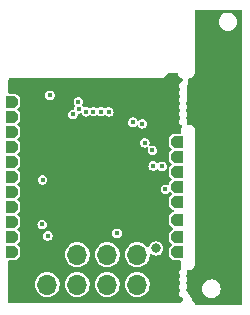
<source format=gbr>
%TF.GenerationSoftware,KiCad,Pcbnew,(6.0.0)*%
%TF.CreationDate,2022-02-03T22:20:30+01:00*%
%TF.ProjectId,ESP31_V3,45535033-315f-4563-932e-6b696361645f,rev?*%
%TF.SameCoordinates,Original*%
%TF.FileFunction,Copper,L2,Inr*%
%TF.FilePolarity,Positive*%
%FSLAX46Y46*%
G04 Gerber Fmt 4.6, Leading zero omitted, Abs format (unit mm)*
G04 Created by KiCad (PCBNEW (6.0.0)) date 2022-02-03 22:20:30*
%MOMM*%
%LPD*%
G01*
G04 APERTURE LIST*
G04 Aperture macros list*
%AMOutline5P*
0 Free polygon, 5 corners , with rotation*
0 The origin of the aperture is its center*
0 number of corners: always 5*
0 $1 to $10 corner X, Y*
0 $11 Rotation angle, in degrees counterclockwise*
0 create outline with 5 corners*
4,1,5,$1,$2,$3,$4,$5,$6,$7,$8,$9,$10,$1,$2,$11*%
%AMOutline6P*
0 Free polygon, 6 corners , with rotation*
0 The origin of the aperture is its center*
0 number of corners: always 6*
0 $1 to $12 corner X, Y*
0 $13 Rotation angle, in degrees counterclockwise*
0 create outline with 6 corners*
4,1,6,$1,$2,$3,$4,$5,$6,$7,$8,$9,$10,$11,$12,$1,$2,$13*%
%AMOutline7P*
0 Free polygon, 7 corners , with rotation*
0 The origin of the aperture is its center*
0 number of corners: always 7*
0 $1 to $14 corner X, Y*
0 $15 Rotation angle, in degrees counterclockwise*
0 create outline with 7 corners*
4,1,7,$1,$2,$3,$4,$5,$6,$7,$8,$9,$10,$11,$12,$13,$14,$1,$2,$15*%
%AMOutline8P*
0 Free polygon, 8 corners , with rotation*
0 The origin of the aperture is its center*
0 number of corners: always 8*
0 $1 to $16 corner X, Y*
0 $17 Rotation angle, in degrees counterclockwise*
0 create outline with 8 corners*
4,1,8,$1,$2,$3,$4,$5,$6,$7,$8,$9,$10,$11,$12,$13,$14,$15,$16,$1,$2,$17*%
G04 Aperture macros list end*
%TA.AperFunction,ComponentPad*%
%ADD10Outline6P,-0.500000X0.500000X0.250000X0.500000X0.500000X0.250000X0.500000X-0.250000X0.250000X-0.500000X-0.500000X-0.500000X180.000000*%
%TD*%
%TA.AperFunction,ComponentPad*%
%ADD11Outline6P,-0.500000X0.500000X0.250000X0.500000X0.500000X0.250000X0.500000X-0.250000X0.250000X-0.500000X-0.500000X-0.500000X0.000000*%
%TD*%
%TA.AperFunction,ComponentPad*%
%ADD12R,0.900000X0.500000*%
%TD*%
%TA.AperFunction,ComponentPad*%
%ADD13R,1.700000X1.700000*%
%TD*%
%TA.AperFunction,ComponentPad*%
%ADD14O,1.700000X1.700000*%
%TD*%
%TA.AperFunction,ViaPad*%
%ADD15C,0.400000*%
%TD*%
%TA.AperFunction,ViaPad*%
%ADD16C,0.800000*%
%TD*%
G04 APERTURE END LIST*
D10*
%TO.N,/IO5*%
%TO.C,J5*%
X118500000Y-107780000D03*
%TD*%
%TO.N,/IO21*%
%TO.C,J10*%
X118500000Y-101180000D03*
%TD*%
%TO.N,/IO10*%
%TO.C,J7*%
X118500000Y-109230000D03*
%TD*%
D11*
%TO.N,/IO34*%
%TO.C,J18*%
X104500000Y-102870000D03*
%TD*%
D10*
%TO.N,/IO19*%
%TO.C,J9*%
X118500000Y-103720000D03*
%TD*%
%TO.N,/IO9*%
%TO.C,J6*%
X118500000Y-110500000D03*
%TD*%
%TO.N,/IO23*%
%TO.C,J12*%
X118500000Y-104990000D03*
%TD*%
D11*
%TO.N,/IO35*%
%TO.C,J19*%
X104500000Y-100330000D03*
%TD*%
%TO.N,/IO25*%
%TO.C,J13*%
X104500000Y-107950000D03*
%TD*%
%TO.N,/IO27*%
%TO.C,J15*%
X104500000Y-110490000D03*
%TD*%
%TO.N,/IO33*%
%TO.C,J17*%
X104500000Y-106680000D03*
%TD*%
%TO.N,/IO26*%
%TO.C,J14*%
X104500000Y-109220000D03*
%TD*%
D10*
%TO.N,/IO18*%
%TO.C,J8*%
X118500000Y-106260000D03*
%TD*%
D12*
%TO.N,GND*%
%TO.C,AE1*%
X118150000Y-95625000D03*
%TD*%
D11*
%TO.N,/CAPN*%
%TO.C,J3*%
X104500000Y-105410000D03*
%TD*%
%TO.N,/SENS_VN*%
%TO.C,J4*%
X104500000Y-104140000D03*
%TD*%
D10*
%TO.N,/IO22*%
%TO.C,J11*%
X118500000Y-102450000D03*
%TD*%
D11*
%TO.N,/SENS_VP*%
%TO.C,J1*%
X104500000Y-97790000D03*
%TD*%
%TO.N,/IO32*%
%TO.C,J16*%
X104500000Y-101600000D03*
%TD*%
%TO.N,/CAPP*%
%TO.C,J2*%
X104500000Y-99060000D03*
%TD*%
D13*
%TO.N,GND*%
%TO.C,J20*%
X107500000Y-110725000D03*
D14*
%TO.N,/IO1*%
X107500000Y-113265000D03*
%TO.N,/IO2*%
X110040000Y-110725000D03*
%TO.N,/IO4*%
X110040000Y-113265000D03*
%TO.N,/IO0*%
X112580000Y-110725000D03*
%TO.N,/EN*%
X112580000Y-113265000D03*
%TO.N,/IO3*%
X115120000Y-110725000D03*
%TO.N,VIN*%
X115120000Y-113265000D03*
%TD*%
D15*
%TO.N,/IO2*%
X115544600Y-99644200D03*
%TO.N,GND*%
X117350000Y-96150000D03*
X112889765Y-108410228D03*
X116130000Y-97680000D03*
X105500000Y-99300000D03*
X109100000Y-109150000D03*
X113900000Y-97100000D03*
X104550000Y-96200000D03*
X113550000Y-96200000D03*
X114850000Y-98150000D03*
X108580000Y-107330000D03*
X118500000Y-98500000D03*
X116530000Y-97200000D03*
X116750000Y-96050000D03*
X111500000Y-103000000D03*
X106650000Y-98200000D03*
X114200000Y-108900000D03*
X108508800Y-97256600D03*
X116500000Y-111100000D03*
X104500000Y-113750000D03*
X110500000Y-102000000D03*
X108740000Y-113670000D03*
X118450000Y-97825000D03*
X118500000Y-100000000D03*
X115350000Y-96050000D03*
X116750000Y-96600000D03*
X115150000Y-96600000D03*
X109900000Y-107400000D03*
X112500000Y-102000000D03*
X112500000Y-104000000D03*
X118450000Y-96250000D03*
X111750000Y-96200000D03*
X118500000Y-99250000D03*
X114503200Y-96800000D03*
X114400000Y-96200000D03*
X113374500Y-97587566D03*
X110150000Y-96200000D03*
X118500000Y-112750000D03*
X104500000Y-112750000D03*
X113621581Y-109899011D03*
X118425000Y-97000000D03*
X110500000Y-104000000D03*
X118500000Y-113750000D03*
X115450000Y-98050000D03*
X114450000Y-98700000D03*
%TO.N,/EN*%
X107725000Y-97227600D03*
X110162095Y-98373291D03*
%TO.N,+3V3*%
X110124000Y-97775000D03*
X114750000Y-99500000D03*
X113400000Y-108900000D03*
X116396800Y-101896800D03*
X115750000Y-101250000D03*
X107100000Y-104400000D03*
X117495701Y-105195701D03*
%TO.N,/IO1*%
X116464297Y-103214297D03*
%TO.N,/IO2*%
X107069740Y-108169740D03*
%TO.N,/IO4*%
X107542579Y-109142578D03*
%TO.N,/IO3*%
X117211935Y-103241894D03*
D16*
%TO.N,Net-(C1-Pad2)*%
X116700000Y-110200000D03*
D15*
%TO.N,/SENS_VN*%
X110808929Y-98625870D03*
%TO.N,/SENS_VP*%
X112700500Y-98625000D03*
%TO.N,/CAPP*%
X112057502Y-98617052D03*
%TO.N,/CAPN*%
X111408098Y-98605879D03*
%TO.N,/IO34*%
X109668798Y-98858724D03*
%TD*%
%TA.AperFunction,NonConductor*%
G36*
X123958691Y-90019407D02*
G01*
X123994655Y-90068907D01*
X123999500Y-90099500D01*
X123999500Y-114900500D01*
X123980593Y-114958691D01*
X123931093Y-114994655D01*
X123900500Y-114999500D01*
X120094865Y-114999500D01*
X120036674Y-114980593D01*
X120000710Y-114931093D01*
X119996712Y-114913422D01*
X119988465Y-114850779D01*
X119987618Y-114844343D01*
X119937186Y-114722591D01*
X119856961Y-114618039D01*
X119752410Y-114537814D01*
X119750291Y-114536936D01*
X119715318Y-114501806D01*
X119271335Y-113724835D01*
X119258880Y-113664930D01*
X119284593Y-113608516D01*
X119291447Y-113601102D01*
X119291449Y-113601099D01*
X119297001Y-113595093D01*
X119297243Y-113594545D01*
X120618606Y-113594545D01*
X120636816Y-113767797D01*
X120638601Y-113773039D01*
X120685780Y-113911629D01*
X120692956Y-113932709D01*
X120695854Y-113937419D01*
X120695856Y-113937424D01*
X120781341Y-114076377D01*
X120784238Y-114081086D01*
X120906124Y-114205552D01*
X121052556Y-114299921D01*
X121216257Y-114359503D01*
X121350801Y-114376500D01*
X121443800Y-114376500D01*
X121467300Y-114373864D01*
X121567624Y-114362611D01*
X121567627Y-114362610D01*
X121573121Y-114361994D01*
X121737637Y-114304704D01*
X121885373Y-114212388D01*
X122008985Y-114089636D01*
X122083563Y-113972120D01*
X122099366Y-113947219D01*
X122099368Y-113947214D01*
X122102329Y-113942549D01*
X122160767Y-113778436D01*
X122162692Y-113762293D01*
X122180739Y-113610951D01*
X122180739Y-113610948D01*
X122181394Y-113605455D01*
X122163184Y-113432203D01*
X122107044Y-113267291D01*
X122104146Y-113262581D01*
X122104144Y-113262576D01*
X122018659Y-113123623D01*
X122015762Y-113118914D01*
X121893876Y-112994448D01*
X121747444Y-112900079D01*
X121583743Y-112840497D01*
X121449199Y-112823500D01*
X121356200Y-112823500D01*
X121332700Y-112826136D01*
X121232376Y-112837389D01*
X121232373Y-112837390D01*
X121226879Y-112838006D01*
X121062363Y-112895296D01*
X120914627Y-112987612D01*
X120791015Y-113110364D01*
X120788053Y-113115032D01*
X120700634Y-113252781D01*
X120700632Y-113252786D01*
X120697671Y-113257451D01*
X120639233Y-113421564D01*
X120638579Y-113427051D01*
X120638578Y-113427054D01*
X120631267Y-113488371D01*
X120618606Y-113594545D01*
X119297243Y-113594545D01*
X119344182Y-113488371D01*
X119349422Y-113427880D01*
X119353545Y-113380273D01*
X119353545Y-113380272D01*
X119354251Y-113372120D01*
X119326120Y-113258875D01*
X119321683Y-113252003D01*
X119267265Y-113167724D01*
X119267264Y-113167723D01*
X119262825Y-113160848D01*
X119262316Y-113160447D01*
X119238784Y-113108335D01*
X119251189Y-113048420D01*
X119264488Y-113030265D01*
X119291447Y-113001101D01*
X119297001Y-112995093D01*
X119344182Y-112888371D01*
X119348545Y-112838006D01*
X119353545Y-112780273D01*
X119353545Y-112780272D01*
X119354251Y-112772120D01*
X119326120Y-112658875D01*
X119321683Y-112652003D01*
X119267265Y-112567724D01*
X119267264Y-112567723D01*
X119262825Y-112560848D01*
X119262316Y-112560447D01*
X119238784Y-112508335D01*
X119251189Y-112448420D01*
X119264488Y-112430265D01*
X119291447Y-112401101D01*
X119297001Y-112395093D01*
X119344182Y-112288371D01*
X119349422Y-112227880D01*
X119353545Y-112180273D01*
X119353545Y-112180272D01*
X119354251Y-112172120D01*
X119341380Y-112120306D01*
X119345701Y-112059275D01*
X119385070Y-112012438D01*
X119450381Y-111998287D01*
X119493565Y-112003972D01*
X119493566Y-112003972D01*
X119500000Y-112004819D01*
X119630657Y-111987618D01*
X119752410Y-111937186D01*
X119856961Y-111856961D01*
X119937186Y-111752410D01*
X119987618Y-111630657D01*
X120004819Y-111500000D01*
X120001034Y-111500000D01*
X120000500Y-111494188D01*
X120000500Y-100224868D01*
X120000915Y-100215810D01*
X120002367Y-100200000D01*
X120004819Y-100200000D01*
X119987618Y-100069343D01*
X119937186Y-99947591D01*
X119856961Y-99843039D01*
X119752410Y-99762814D01*
X119630657Y-99712382D01*
X119500000Y-99695181D01*
X119412200Y-99706740D01*
X119352039Y-99695590D01*
X119309922Y-99651208D01*
X119301936Y-99590546D01*
X119308732Y-99568557D01*
X119340874Y-99495853D01*
X119344182Y-99488371D01*
X119349422Y-99427880D01*
X119353545Y-99380273D01*
X119353545Y-99380272D01*
X119354251Y-99372120D01*
X119326120Y-99258875D01*
X119321683Y-99252003D01*
X119267265Y-99167724D01*
X119267264Y-99167723D01*
X119262825Y-99160848D01*
X119262316Y-99160447D01*
X119238784Y-99108335D01*
X119251189Y-99048420D01*
X119264488Y-99030265D01*
X119291447Y-99001101D01*
X119297001Y-98995093D01*
X119344182Y-98888371D01*
X119349422Y-98827880D01*
X119353545Y-98780273D01*
X119353545Y-98780272D01*
X119354251Y-98772120D01*
X119326120Y-98658875D01*
X119321683Y-98652003D01*
X119267265Y-98567724D01*
X119267264Y-98567723D01*
X119262825Y-98560848D01*
X119262316Y-98560447D01*
X119238784Y-98508335D01*
X119251189Y-98448420D01*
X119264488Y-98430265D01*
X119291447Y-98401101D01*
X119297001Y-98395093D01*
X119344182Y-98288371D01*
X119349422Y-98227880D01*
X119353545Y-98180273D01*
X119353545Y-98180272D01*
X119354251Y-98172120D01*
X119326120Y-98058875D01*
X119263167Y-97961377D01*
X119247782Y-97898290D01*
X119249917Y-97875872D01*
X119275774Y-97818056D01*
X119291446Y-97801102D01*
X119297001Y-97795093D01*
X119344182Y-97688371D01*
X119349422Y-97627880D01*
X119353545Y-97580273D01*
X119353545Y-97580272D01*
X119354251Y-97572120D01*
X119326120Y-97458875D01*
X119312964Y-97438500D01*
X119297580Y-97375413D01*
X119318107Y-97159881D01*
X119326115Y-97129237D01*
X119344182Y-97088371D01*
X119344888Y-97080221D01*
X119353545Y-96980273D01*
X119353545Y-96980272D01*
X119354251Y-96972120D01*
X119352278Y-96964176D01*
X119345128Y-96935392D01*
X119342654Y-96902140D01*
X119443838Y-95839706D01*
X119468177Y-95783570D01*
X119520864Y-95752461D01*
X119529464Y-95750940D01*
X119630657Y-95737618D01*
X119752410Y-95687186D01*
X119856961Y-95606961D01*
X119937186Y-95502410D01*
X119987618Y-95380657D01*
X120004819Y-95250000D01*
X120001034Y-95250000D01*
X120000500Y-95244188D01*
X120000500Y-90994545D01*
X122018606Y-90994545D01*
X122036816Y-91167797D01*
X122092956Y-91332709D01*
X122095854Y-91337419D01*
X122095856Y-91337424D01*
X122181341Y-91476377D01*
X122184238Y-91481086D01*
X122306124Y-91605552D01*
X122452556Y-91699921D01*
X122616257Y-91759503D01*
X122750801Y-91776500D01*
X122843800Y-91776500D01*
X122867300Y-91773864D01*
X122967624Y-91762611D01*
X122967627Y-91762610D01*
X122973121Y-91761994D01*
X123137637Y-91704704D01*
X123285373Y-91612388D01*
X123408985Y-91489636D01*
X123444546Y-91433600D01*
X123499366Y-91347219D01*
X123499368Y-91347214D01*
X123502329Y-91342549D01*
X123560767Y-91178436D01*
X123581394Y-91005455D01*
X123563184Y-90832203D01*
X123507044Y-90667291D01*
X123504146Y-90662581D01*
X123504144Y-90662576D01*
X123418659Y-90523623D01*
X123415762Y-90518914D01*
X123293876Y-90394448D01*
X123147444Y-90300079D01*
X122983743Y-90240497D01*
X122849199Y-90223500D01*
X122756200Y-90223500D01*
X122732700Y-90226136D01*
X122632376Y-90237389D01*
X122632373Y-90237390D01*
X122626879Y-90238006D01*
X122462363Y-90295296D01*
X122314627Y-90387612D01*
X122191015Y-90510364D01*
X122188053Y-90515032D01*
X122100634Y-90652781D01*
X122100632Y-90652786D01*
X122097671Y-90657451D01*
X122039233Y-90821564D01*
X122018606Y-90994545D01*
X120000500Y-90994545D01*
X120000500Y-90099500D01*
X120019407Y-90041309D01*
X120068907Y-90005345D01*
X120099500Y-90000500D01*
X123900500Y-90000500D01*
X123958691Y-90019407D01*
G37*
%TD.AperFunction*%
%TA.AperFunction,Conductor*%
%TO.N,GND*%
G36*
X118417774Y-95418907D02*
G01*
X118428869Y-95428286D01*
X118808247Y-95800000D01*
X118901000Y-95800000D01*
X118959191Y-95818907D01*
X118995155Y-95868407D01*
X119000000Y-95899000D01*
X119000000Y-95960769D01*
X118981093Y-96018960D01*
X118931593Y-96054924D01*
X118917255Y-96058425D01*
X118892973Y-96062467D01*
X118892968Y-96062469D01*
X118884897Y-96063812D01*
X118782206Y-96119222D01*
X118702999Y-96204907D01*
X118655818Y-96311629D01*
X118655112Y-96319777D01*
X118655112Y-96319778D01*
X118646455Y-96419727D01*
X118645749Y-96427880D01*
X118673880Y-96541125D01*
X118678317Y-96547996D01*
X118678317Y-96547997D01*
X118708727Y-96595093D01*
X118737175Y-96639152D01*
X118737684Y-96639553D01*
X118761216Y-96691665D01*
X118748811Y-96751580D01*
X118735512Y-96769735D01*
X118702999Y-96804907D01*
X118655818Y-96911629D01*
X118655112Y-96919777D01*
X118655112Y-96919778D01*
X118648493Y-96996197D01*
X118645749Y-97027880D01*
X118647722Y-97035822D01*
X118647722Y-97035823D01*
X118664235Y-97102296D01*
X118673880Y-97141125D01*
X118678317Y-97147996D01*
X118678317Y-97147997D01*
X118708727Y-97195093D01*
X118737175Y-97239152D01*
X118737684Y-97239553D01*
X118761216Y-97291665D01*
X118748811Y-97351580D01*
X118735512Y-97369735D01*
X118702999Y-97404907D01*
X118655818Y-97511629D01*
X118655112Y-97519777D01*
X118655112Y-97519778D01*
X118646911Y-97614465D01*
X118645749Y-97627880D01*
X118673880Y-97741125D01*
X118678317Y-97747996D01*
X118678317Y-97747997D01*
X118708727Y-97795093D01*
X118737175Y-97839152D01*
X118737684Y-97839553D01*
X118761216Y-97891665D01*
X118748811Y-97951580D01*
X118735512Y-97969735D01*
X118702999Y-98004907D01*
X118655818Y-98111629D01*
X118655112Y-98119777D01*
X118655112Y-98119778D01*
X118647057Y-98212779D01*
X118645749Y-98227880D01*
X118647722Y-98235822D01*
X118647722Y-98235823D01*
X118668131Y-98317980D01*
X118673880Y-98341125D01*
X118678317Y-98347996D01*
X118678317Y-98347997D01*
X118708727Y-98395093D01*
X118737175Y-98439152D01*
X118737684Y-98439553D01*
X118761216Y-98491665D01*
X118748811Y-98551580D01*
X118735512Y-98569735D01*
X118702999Y-98604907D01*
X118655818Y-98711629D01*
X118655112Y-98719777D01*
X118655112Y-98719778D01*
X118646455Y-98819727D01*
X118645749Y-98827880D01*
X118647722Y-98835822D01*
X118647722Y-98835823D01*
X118669417Y-98923157D01*
X118673880Y-98941125D01*
X118678317Y-98947996D01*
X118678317Y-98947997D01*
X118717048Y-99007980D01*
X118737175Y-99039152D01*
X118737684Y-99039553D01*
X118761216Y-99091665D01*
X118748811Y-99151580D01*
X118735512Y-99169735D01*
X118702999Y-99204907D01*
X118655818Y-99311629D01*
X118655112Y-99319777D01*
X118655112Y-99319778D01*
X118650355Y-99374696D01*
X118645749Y-99427880D01*
X118673880Y-99541125D01*
X118678317Y-99547996D01*
X118678317Y-99547997D01*
X118732715Y-99632244D01*
X118737175Y-99639152D01*
X118828811Y-99711392D01*
X118836531Y-99714103D01*
X118843704Y-99718047D01*
X118843013Y-99719303D01*
X118884556Y-99751007D01*
X118902089Y-99809627D01*
X118886941Y-99859968D01*
X118872757Y-99882542D01*
X118865331Y-99894360D01*
X118813233Y-100043250D01*
X118796336Y-100193210D01*
X118794857Y-100199642D01*
X118797318Y-100210516D01*
X118797559Y-100211583D01*
X118800000Y-100233432D01*
X118800000Y-100380500D01*
X118781093Y-100438691D01*
X118731593Y-100474655D01*
X118701001Y-100479500D01*
X118257033Y-100479499D01*
X118230159Y-100479499D01*
X118225356Y-100480462D01*
X118225353Y-100480462D01*
X118180985Y-100489355D01*
X118180982Y-100489356D01*
X118171439Y-100491269D01*
X118122255Y-100524195D01*
X117844196Y-100802254D01*
X117810997Y-100852099D01*
X117799500Y-100910162D01*
X117799499Y-101449841D01*
X117800462Y-101454644D01*
X117800462Y-101454647D01*
X117809355Y-101499015D01*
X117809356Y-101499018D01*
X117811269Y-101508561D01*
X117844195Y-101557745D01*
X118031446Y-101744996D01*
X118059223Y-101799513D01*
X118049652Y-101859945D01*
X118031446Y-101885004D01*
X117844196Y-102072254D01*
X117810997Y-102122099D01*
X117799500Y-102180162D01*
X117799499Y-102719841D01*
X117800462Y-102724644D01*
X117800462Y-102724647D01*
X117809355Y-102769015D01*
X117809356Y-102769018D01*
X117811269Y-102778561D01*
X117844195Y-102827745D01*
X118031446Y-103014996D01*
X118059223Y-103069513D01*
X118049652Y-103129945D01*
X118031446Y-103155004D01*
X117844196Y-103342254D01*
X117841482Y-103346329D01*
X117841481Y-103346330D01*
X117821313Y-103376611D01*
X117810997Y-103392099D01*
X117799500Y-103450162D01*
X117799499Y-103989841D01*
X117800462Y-103994644D01*
X117800462Y-103994647D01*
X117809355Y-104039015D01*
X117809356Y-104039018D01*
X117811269Y-104048561D01*
X117844195Y-104097745D01*
X118031446Y-104284996D01*
X118059223Y-104339513D01*
X118049652Y-104399945D01*
X118031446Y-104425004D01*
X117844196Y-104612254D01*
X117810997Y-104662099D01*
X117799500Y-104720162D01*
X117799500Y-104739449D01*
X117780593Y-104797640D01*
X117731093Y-104833604D01*
X117669907Y-104833604D01*
X117655555Y-104827659D01*
X117627945Y-104813591D01*
X117627944Y-104813591D01*
X117621005Y-104810055D01*
X117613311Y-104808836D01*
X117613310Y-104808836D01*
X117503398Y-104791428D01*
X117495701Y-104790209D01*
X117488004Y-104791428D01*
X117378092Y-104808836D01*
X117378091Y-104808836D01*
X117370397Y-104810055D01*
X117363458Y-104813591D01*
X117363457Y-104813591D01*
X117264298Y-104864115D01*
X117264296Y-104864116D01*
X117257359Y-104867651D01*
X117167651Y-104957359D01*
X117164116Y-104964296D01*
X117164115Y-104964298D01*
X117113591Y-105063457D01*
X117110055Y-105070397D01*
X117090209Y-105195701D01*
X117110055Y-105321005D01*
X117167651Y-105434043D01*
X117257359Y-105523751D01*
X117264296Y-105527286D01*
X117264298Y-105527287D01*
X117318680Y-105554996D01*
X117370397Y-105581347D01*
X117378091Y-105582566D01*
X117378092Y-105582566D01*
X117488004Y-105599974D01*
X117495701Y-105601193D01*
X117503398Y-105599974D01*
X117613310Y-105582566D01*
X117613311Y-105582566D01*
X117621005Y-105581347D01*
X117672722Y-105554996D01*
X117727104Y-105527287D01*
X117727106Y-105527286D01*
X117734043Y-105523751D01*
X117797118Y-105460676D01*
X117851635Y-105432899D01*
X117912067Y-105442470D01*
X117937126Y-105460676D01*
X118031446Y-105554996D01*
X118059223Y-105609513D01*
X118049652Y-105669945D01*
X118031446Y-105695004D01*
X117844196Y-105882254D01*
X117810997Y-105932099D01*
X117799500Y-105990162D01*
X117799499Y-106529841D01*
X117800462Y-106534644D01*
X117800462Y-106534647D01*
X117809355Y-106579015D01*
X117809356Y-106579018D01*
X117811269Y-106588561D01*
X117844195Y-106637745D01*
X118122254Y-106915804D01*
X118126327Y-106918517D01*
X118126337Y-106918525D01*
X118154900Y-106937549D01*
X118192850Y-106985543D01*
X118195342Y-107046677D01*
X118161425Y-107097601D01*
X118155114Y-107102198D01*
X118122255Y-107124195D01*
X117844196Y-107402254D01*
X117841482Y-107406329D01*
X117841481Y-107406330D01*
X117827223Y-107427738D01*
X117810997Y-107452099D01*
X117799500Y-107510162D01*
X117799499Y-108049841D01*
X117800462Y-108054644D01*
X117800462Y-108054647D01*
X117809355Y-108099015D01*
X117809356Y-108099018D01*
X117811269Y-108108561D01*
X117844195Y-108157745D01*
X118121446Y-108434996D01*
X118149223Y-108489513D01*
X118139652Y-108549945D01*
X118121446Y-108575004D01*
X117844196Y-108852254D01*
X117841482Y-108856329D01*
X117841481Y-108856330D01*
X117817522Y-108892303D01*
X117810997Y-108902099D01*
X117799500Y-108960162D01*
X117799499Y-109499841D01*
X117800462Y-109504644D01*
X117800462Y-109504647D01*
X117809355Y-109549015D01*
X117809356Y-109549018D01*
X117811269Y-109558561D01*
X117844195Y-109607745D01*
X118031446Y-109794996D01*
X118059223Y-109849513D01*
X118049652Y-109909945D01*
X118031446Y-109935004D01*
X117844196Y-110122254D01*
X117810997Y-110172099D01*
X117799500Y-110230162D01*
X117799499Y-110769841D01*
X117800462Y-110774644D01*
X117800462Y-110774647D01*
X117809355Y-110819015D01*
X117809356Y-110819018D01*
X117811269Y-110828561D01*
X117844195Y-110877745D01*
X118122254Y-111155804D01*
X118126329Y-111158518D01*
X118126330Y-111158519D01*
X118156677Y-111178731D01*
X118172099Y-111189003D01*
X118230162Y-111200500D01*
X118701000Y-111200500D01*
X118759191Y-111219407D01*
X118795155Y-111268907D01*
X118800000Y-111299500D01*
X118800000Y-111466040D01*
X118797482Y-111488227D01*
X118794857Y-111499642D01*
X118796199Y-111505572D01*
X118797309Y-111515423D01*
X118797309Y-111515431D01*
X118812610Y-111651221D01*
X118813233Y-111656750D01*
X118847424Y-111754463D01*
X118857667Y-111783737D01*
X118859039Y-111844907D01*
X118824195Y-111895201D01*
X118811237Y-111903558D01*
X118782206Y-111919222D01*
X118702999Y-112004907D01*
X118655818Y-112111629D01*
X118645749Y-112227880D01*
X118673880Y-112341125D01*
X118678317Y-112347996D01*
X118678317Y-112347997D01*
X118708727Y-112395093D01*
X118737175Y-112439152D01*
X118737684Y-112439553D01*
X118761216Y-112491665D01*
X118748811Y-112551580D01*
X118735512Y-112569735D01*
X118702999Y-112604907D01*
X118655818Y-112711629D01*
X118655112Y-112719777D01*
X118655112Y-112719778D01*
X118646455Y-112819727D01*
X118645749Y-112827880D01*
X118647722Y-112835822D01*
X118647722Y-112835823D01*
X118652183Y-112853779D01*
X118673880Y-112941125D01*
X118678317Y-112947996D01*
X118678317Y-112947997D01*
X118708727Y-112995093D01*
X118737175Y-113039152D01*
X118737684Y-113039553D01*
X118761216Y-113091665D01*
X118748811Y-113151580D01*
X118735512Y-113169735D01*
X118702999Y-113204907D01*
X118655818Y-113311629D01*
X118655112Y-113319777D01*
X118655112Y-113319778D01*
X118646455Y-113419727D01*
X118645749Y-113427880D01*
X118673880Y-113541125D01*
X118678317Y-113547996D01*
X118678317Y-113547997D01*
X118708727Y-113595093D01*
X118737175Y-113639152D01*
X118737684Y-113639553D01*
X118761216Y-113691665D01*
X118748811Y-113751580D01*
X118735512Y-113769735D01*
X118702999Y-113804907D01*
X118655818Y-113911629D01*
X118655112Y-113919777D01*
X118655112Y-113919778D01*
X118648042Y-114001404D01*
X118645749Y-114027880D01*
X118673880Y-114141125D01*
X118678317Y-114147996D01*
X118678317Y-114147997D01*
X118708727Y-114195093D01*
X118737175Y-114239152D01*
X118828811Y-114311392D01*
X118836529Y-114314102D01*
X118836530Y-114314103D01*
X118933803Y-114348263D01*
X118982442Y-114385384D01*
X119000000Y-114441671D01*
X119000000Y-114444043D01*
X118981093Y-114502234D01*
X118971004Y-114514047D01*
X118949255Y-114535796D01*
X118865331Y-114669360D01*
X118863495Y-114674608D01*
X118842819Y-114733697D01*
X118805754Y-114782378D01*
X118749374Y-114800000D01*
X104299000Y-114800000D01*
X104240809Y-114781093D01*
X104204845Y-114731593D01*
X104200000Y-114701000D01*
X104200000Y-113250262D01*
X106444520Y-113250262D01*
X106445526Y-113262244D01*
X106458751Y-113419727D01*
X106461759Y-113455553D01*
X106518544Y-113653586D01*
X106612712Y-113836818D01*
X106740677Y-113998270D01*
X106744357Y-114001402D01*
X106744359Y-114001404D01*
X106846546Y-114088371D01*
X106897564Y-114131791D01*
X106901787Y-114134151D01*
X106901791Y-114134154D01*
X106941342Y-114156258D01*
X107077398Y-114232297D01*
X107081996Y-114233791D01*
X107268724Y-114294463D01*
X107268726Y-114294464D01*
X107273329Y-114295959D01*
X107477894Y-114320351D01*
X107482716Y-114319980D01*
X107482719Y-114319980D01*
X107550541Y-114314761D01*
X107683300Y-114304546D01*
X107881725Y-114249145D01*
X107886038Y-114246966D01*
X107886044Y-114246964D01*
X108061289Y-114158441D01*
X108061291Y-114158440D01*
X108065610Y-114156258D01*
X108076184Y-114147997D01*
X108224135Y-114032406D01*
X108224139Y-114032402D01*
X108227951Y-114029424D01*
X108236322Y-114019727D01*
X108336086Y-113904147D01*
X108362564Y-113873472D01*
X108364957Y-113869260D01*
X108461934Y-113698550D01*
X108461935Y-113698547D01*
X108464323Y-113694344D01*
X108477882Y-113653586D01*
X108527824Y-113503454D01*
X108527824Y-113503452D01*
X108529351Y-113498863D01*
X108530677Y-113488371D01*
X108554823Y-113297228D01*
X108555171Y-113294474D01*
X108555583Y-113265000D01*
X108555313Y-113262244D01*
X108554138Y-113250262D01*
X108984520Y-113250262D01*
X108985526Y-113262244D01*
X108998751Y-113419727D01*
X109001759Y-113455553D01*
X109058544Y-113653586D01*
X109152712Y-113836818D01*
X109280677Y-113998270D01*
X109284357Y-114001402D01*
X109284359Y-114001404D01*
X109386546Y-114088371D01*
X109437564Y-114131791D01*
X109441787Y-114134151D01*
X109441791Y-114134154D01*
X109481342Y-114156258D01*
X109617398Y-114232297D01*
X109621996Y-114233791D01*
X109808724Y-114294463D01*
X109808726Y-114294464D01*
X109813329Y-114295959D01*
X110017894Y-114320351D01*
X110022716Y-114319980D01*
X110022719Y-114319980D01*
X110090541Y-114314761D01*
X110223300Y-114304546D01*
X110421725Y-114249145D01*
X110426038Y-114246966D01*
X110426044Y-114246964D01*
X110601289Y-114158441D01*
X110601291Y-114158440D01*
X110605610Y-114156258D01*
X110616184Y-114147997D01*
X110764135Y-114032406D01*
X110764139Y-114032402D01*
X110767951Y-114029424D01*
X110776322Y-114019727D01*
X110876086Y-113904147D01*
X110902564Y-113873472D01*
X110904957Y-113869260D01*
X111001934Y-113698550D01*
X111001935Y-113698547D01*
X111004323Y-113694344D01*
X111017882Y-113653586D01*
X111067824Y-113503454D01*
X111067824Y-113503452D01*
X111069351Y-113498863D01*
X111070677Y-113488371D01*
X111094823Y-113297228D01*
X111095171Y-113294474D01*
X111095583Y-113265000D01*
X111095313Y-113262244D01*
X111094138Y-113250262D01*
X111524520Y-113250262D01*
X111525526Y-113262244D01*
X111538751Y-113419727D01*
X111541759Y-113455553D01*
X111598544Y-113653586D01*
X111692712Y-113836818D01*
X111820677Y-113998270D01*
X111824357Y-114001402D01*
X111824359Y-114001404D01*
X111926546Y-114088371D01*
X111977564Y-114131791D01*
X111981787Y-114134151D01*
X111981791Y-114134154D01*
X112021342Y-114156258D01*
X112157398Y-114232297D01*
X112161996Y-114233791D01*
X112348724Y-114294463D01*
X112348726Y-114294464D01*
X112353329Y-114295959D01*
X112557894Y-114320351D01*
X112562716Y-114319980D01*
X112562719Y-114319980D01*
X112630541Y-114314761D01*
X112763300Y-114304546D01*
X112961725Y-114249145D01*
X112966038Y-114246966D01*
X112966044Y-114246964D01*
X113141289Y-114158441D01*
X113141291Y-114158440D01*
X113145610Y-114156258D01*
X113156184Y-114147997D01*
X113304135Y-114032406D01*
X113304139Y-114032402D01*
X113307951Y-114029424D01*
X113316322Y-114019727D01*
X113416086Y-113904147D01*
X113442564Y-113873472D01*
X113444957Y-113869260D01*
X113541934Y-113698550D01*
X113541935Y-113698547D01*
X113544323Y-113694344D01*
X113557882Y-113653586D01*
X113607824Y-113503454D01*
X113607824Y-113503452D01*
X113609351Y-113498863D01*
X113610677Y-113488371D01*
X113634823Y-113297228D01*
X113635171Y-113294474D01*
X113635583Y-113265000D01*
X113635313Y-113262244D01*
X113634138Y-113250262D01*
X114064520Y-113250262D01*
X114065526Y-113262244D01*
X114078751Y-113419727D01*
X114081759Y-113455553D01*
X114138544Y-113653586D01*
X114232712Y-113836818D01*
X114360677Y-113998270D01*
X114364357Y-114001402D01*
X114364359Y-114001404D01*
X114466546Y-114088371D01*
X114517564Y-114131791D01*
X114521787Y-114134151D01*
X114521791Y-114134154D01*
X114561342Y-114156258D01*
X114697398Y-114232297D01*
X114701996Y-114233791D01*
X114888724Y-114294463D01*
X114888726Y-114294464D01*
X114893329Y-114295959D01*
X115097894Y-114320351D01*
X115102716Y-114319980D01*
X115102719Y-114319980D01*
X115170541Y-114314761D01*
X115303300Y-114304546D01*
X115501725Y-114249145D01*
X115506038Y-114246966D01*
X115506044Y-114246964D01*
X115681289Y-114158441D01*
X115681291Y-114158440D01*
X115685610Y-114156258D01*
X115696184Y-114147997D01*
X115844135Y-114032406D01*
X115844139Y-114032402D01*
X115847951Y-114029424D01*
X115856322Y-114019727D01*
X115956086Y-113904147D01*
X115982564Y-113873472D01*
X115984957Y-113869260D01*
X116081934Y-113698550D01*
X116081935Y-113698547D01*
X116084323Y-113694344D01*
X116097882Y-113653586D01*
X116147824Y-113503454D01*
X116147824Y-113503452D01*
X116149351Y-113498863D01*
X116150677Y-113488371D01*
X116174823Y-113297228D01*
X116175171Y-113294474D01*
X116175583Y-113265000D01*
X116175313Y-113262244D01*
X116155952Y-113064780D01*
X116155951Y-113064776D01*
X116155480Y-113059970D01*
X116148214Y-113035902D01*
X116097333Y-112867380D01*
X116095935Y-112862749D01*
X115999218Y-112680849D01*
X115869011Y-112521200D01*
X115842042Y-112498889D01*
X115714002Y-112392965D01*
X115714000Y-112392964D01*
X115710275Y-112389882D01*
X115529055Y-112291897D01*
X115465855Y-112272333D01*
X115336875Y-112232407D01*
X115336871Y-112232406D01*
X115332254Y-112230977D01*
X115327446Y-112230472D01*
X115327443Y-112230471D01*
X115132185Y-112209949D01*
X115132183Y-112209949D01*
X115127369Y-112209443D01*
X115067354Y-112214905D01*
X114927022Y-112227675D01*
X114927017Y-112227676D01*
X114922203Y-112228114D01*
X114724572Y-112286280D01*
X114720288Y-112288519D01*
X114720287Y-112288520D01*
X114709428Y-112294197D01*
X114542002Y-112381726D01*
X114538231Y-112384758D01*
X114385220Y-112507781D01*
X114385217Y-112507783D01*
X114381447Y-112510815D01*
X114378333Y-112514526D01*
X114378332Y-112514527D01*
X114369585Y-112524952D01*
X114249024Y-112668630D01*
X114246689Y-112672878D01*
X114246688Y-112672879D01*
X114239955Y-112685126D01*
X114149776Y-112849162D01*
X114087484Y-113045532D01*
X114086944Y-113050344D01*
X114086944Y-113050345D01*
X114083531Y-113080778D01*
X114064520Y-113250262D01*
X113634138Y-113250262D01*
X113615952Y-113064780D01*
X113615951Y-113064776D01*
X113615480Y-113059970D01*
X113608214Y-113035902D01*
X113557333Y-112867380D01*
X113555935Y-112862749D01*
X113459218Y-112680849D01*
X113329011Y-112521200D01*
X113302042Y-112498889D01*
X113174002Y-112392965D01*
X113174000Y-112392964D01*
X113170275Y-112389882D01*
X112989055Y-112291897D01*
X112925855Y-112272333D01*
X112796875Y-112232407D01*
X112796871Y-112232406D01*
X112792254Y-112230977D01*
X112787446Y-112230472D01*
X112787443Y-112230471D01*
X112592185Y-112209949D01*
X112592183Y-112209949D01*
X112587369Y-112209443D01*
X112527354Y-112214905D01*
X112387022Y-112227675D01*
X112387017Y-112227676D01*
X112382203Y-112228114D01*
X112184572Y-112286280D01*
X112180288Y-112288519D01*
X112180287Y-112288520D01*
X112169428Y-112294197D01*
X112002002Y-112381726D01*
X111998231Y-112384758D01*
X111845220Y-112507781D01*
X111845217Y-112507783D01*
X111841447Y-112510815D01*
X111838333Y-112514526D01*
X111838332Y-112514527D01*
X111829585Y-112524952D01*
X111709024Y-112668630D01*
X111706689Y-112672878D01*
X111706688Y-112672879D01*
X111699955Y-112685126D01*
X111609776Y-112849162D01*
X111547484Y-113045532D01*
X111546944Y-113050344D01*
X111546944Y-113050345D01*
X111543531Y-113080778D01*
X111524520Y-113250262D01*
X111094138Y-113250262D01*
X111075952Y-113064780D01*
X111075951Y-113064776D01*
X111075480Y-113059970D01*
X111068214Y-113035902D01*
X111017333Y-112867380D01*
X111015935Y-112862749D01*
X110919218Y-112680849D01*
X110789011Y-112521200D01*
X110762042Y-112498889D01*
X110634002Y-112392965D01*
X110634000Y-112392964D01*
X110630275Y-112389882D01*
X110449055Y-112291897D01*
X110385855Y-112272333D01*
X110256875Y-112232407D01*
X110256871Y-112232406D01*
X110252254Y-112230977D01*
X110247446Y-112230472D01*
X110247443Y-112230471D01*
X110052185Y-112209949D01*
X110052183Y-112209949D01*
X110047369Y-112209443D01*
X109987354Y-112214905D01*
X109847022Y-112227675D01*
X109847017Y-112227676D01*
X109842203Y-112228114D01*
X109644572Y-112286280D01*
X109640288Y-112288519D01*
X109640287Y-112288520D01*
X109629428Y-112294197D01*
X109462002Y-112381726D01*
X109458231Y-112384758D01*
X109305220Y-112507781D01*
X109305217Y-112507783D01*
X109301447Y-112510815D01*
X109298333Y-112514526D01*
X109298332Y-112514527D01*
X109289585Y-112524952D01*
X109169024Y-112668630D01*
X109166689Y-112672878D01*
X109166688Y-112672879D01*
X109159955Y-112685126D01*
X109069776Y-112849162D01*
X109007484Y-113045532D01*
X109006944Y-113050344D01*
X109006944Y-113050345D01*
X109003531Y-113080778D01*
X108984520Y-113250262D01*
X108554138Y-113250262D01*
X108535952Y-113064780D01*
X108535951Y-113064776D01*
X108535480Y-113059970D01*
X108528214Y-113035902D01*
X108477333Y-112867380D01*
X108475935Y-112862749D01*
X108379218Y-112680849D01*
X108249011Y-112521200D01*
X108222042Y-112498889D01*
X108094002Y-112392965D01*
X108094000Y-112392964D01*
X108090275Y-112389882D01*
X107909055Y-112291897D01*
X107845855Y-112272333D01*
X107716875Y-112232407D01*
X107716871Y-112232406D01*
X107712254Y-112230977D01*
X107707446Y-112230472D01*
X107707443Y-112230471D01*
X107512185Y-112209949D01*
X107512183Y-112209949D01*
X107507369Y-112209443D01*
X107447354Y-112214905D01*
X107307022Y-112227675D01*
X107307017Y-112227676D01*
X107302203Y-112228114D01*
X107104572Y-112286280D01*
X107100288Y-112288519D01*
X107100287Y-112288520D01*
X107089428Y-112294197D01*
X106922002Y-112381726D01*
X106918231Y-112384758D01*
X106765220Y-112507781D01*
X106765217Y-112507783D01*
X106761447Y-112510815D01*
X106758333Y-112514526D01*
X106758332Y-112514527D01*
X106749585Y-112524952D01*
X106629024Y-112668630D01*
X106626689Y-112672878D01*
X106626688Y-112672879D01*
X106619955Y-112685126D01*
X106529776Y-112849162D01*
X106467484Y-113045532D01*
X106466944Y-113050344D01*
X106466944Y-113050345D01*
X106463531Y-113080778D01*
X106444520Y-113250262D01*
X104200000Y-113250262D01*
X104200000Y-111289500D01*
X104218907Y-111231309D01*
X104268407Y-111195345D01*
X104298999Y-111190500D01*
X104742967Y-111190501D01*
X104769841Y-111190501D01*
X104774644Y-111189538D01*
X104774647Y-111189538D01*
X104819015Y-111180645D01*
X104819018Y-111180644D01*
X104828561Y-111178731D01*
X104877745Y-111145805D01*
X105155804Y-110867746D01*
X105189003Y-110817901D01*
X105200500Y-110759838D01*
X105200500Y-110710262D01*
X108984520Y-110710262D01*
X109001759Y-110915553D01*
X109058544Y-111113586D01*
X109152712Y-111296818D01*
X109280677Y-111458270D01*
X109284357Y-111461402D01*
X109284359Y-111461404D01*
X109345694Y-111513604D01*
X109437564Y-111591791D01*
X109441787Y-111594151D01*
X109441791Y-111594154D01*
X109481342Y-111616258D01*
X109617398Y-111692297D01*
X109621996Y-111693791D01*
X109808724Y-111754463D01*
X109808726Y-111754464D01*
X109813329Y-111755959D01*
X110017894Y-111780351D01*
X110022716Y-111779980D01*
X110022719Y-111779980D01*
X110090541Y-111774761D01*
X110223300Y-111764546D01*
X110421725Y-111709145D01*
X110426038Y-111706966D01*
X110426044Y-111706964D01*
X110601289Y-111618441D01*
X110601291Y-111618440D01*
X110605610Y-111616258D01*
X110640943Y-111588653D01*
X110764135Y-111492406D01*
X110764139Y-111492402D01*
X110767951Y-111489424D01*
X110778284Y-111477454D01*
X110835890Y-111410715D01*
X110902564Y-111333472D01*
X110921559Y-111300035D01*
X111001934Y-111158550D01*
X111001935Y-111158547D01*
X111004323Y-111154344D01*
X111006268Y-111148499D01*
X111067824Y-110963454D01*
X111067824Y-110963452D01*
X111069351Y-110958863D01*
X111079167Y-110881165D01*
X111094823Y-110757228D01*
X111095171Y-110754474D01*
X111095583Y-110725000D01*
X111094138Y-110710262D01*
X111524520Y-110710262D01*
X111541759Y-110915553D01*
X111598544Y-111113586D01*
X111692712Y-111296818D01*
X111820677Y-111458270D01*
X111824357Y-111461402D01*
X111824359Y-111461404D01*
X111885694Y-111513604D01*
X111977564Y-111591791D01*
X111981787Y-111594151D01*
X111981791Y-111594154D01*
X112021342Y-111616258D01*
X112157398Y-111692297D01*
X112161996Y-111693791D01*
X112348724Y-111754463D01*
X112348726Y-111754464D01*
X112353329Y-111755959D01*
X112557894Y-111780351D01*
X112562716Y-111779980D01*
X112562719Y-111779980D01*
X112630541Y-111774761D01*
X112763300Y-111764546D01*
X112961725Y-111709145D01*
X112966038Y-111706966D01*
X112966044Y-111706964D01*
X113141289Y-111618441D01*
X113141291Y-111618440D01*
X113145610Y-111616258D01*
X113180943Y-111588653D01*
X113304135Y-111492406D01*
X113304139Y-111492402D01*
X113307951Y-111489424D01*
X113318284Y-111477454D01*
X113375890Y-111410715D01*
X113442564Y-111333472D01*
X113461559Y-111300035D01*
X113541934Y-111158550D01*
X113541935Y-111158547D01*
X113544323Y-111154344D01*
X113546268Y-111148499D01*
X113607824Y-110963454D01*
X113607824Y-110963452D01*
X113609351Y-110958863D01*
X113619167Y-110881165D01*
X113634823Y-110757228D01*
X113635171Y-110754474D01*
X113635583Y-110725000D01*
X113634138Y-110710262D01*
X114064520Y-110710262D01*
X114081759Y-110915553D01*
X114138544Y-111113586D01*
X114232712Y-111296818D01*
X114360677Y-111458270D01*
X114364357Y-111461402D01*
X114364359Y-111461404D01*
X114425694Y-111513604D01*
X114517564Y-111591791D01*
X114521787Y-111594151D01*
X114521791Y-111594154D01*
X114561342Y-111616258D01*
X114697398Y-111692297D01*
X114701996Y-111693791D01*
X114888724Y-111754463D01*
X114888726Y-111754464D01*
X114893329Y-111755959D01*
X115097894Y-111780351D01*
X115102716Y-111779980D01*
X115102719Y-111779980D01*
X115170541Y-111774761D01*
X115303300Y-111764546D01*
X115501725Y-111709145D01*
X115506038Y-111706966D01*
X115506044Y-111706964D01*
X115681289Y-111618441D01*
X115681291Y-111618440D01*
X115685610Y-111616258D01*
X115720943Y-111588653D01*
X115844135Y-111492406D01*
X115844139Y-111492402D01*
X115847951Y-111489424D01*
X115858284Y-111477454D01*
X115915890Y-111410715D01*
X115982564Y-111333472D01*
X116001559Y-111300035D01*
X116081934Y-111158550D01*
X116081935Y-111158547D01*
X116084323Y-111154344D01*
X116086268Y-111148499D01*
X116147824Y-110963454D01*
X116147824Y-110963452D01*
X116149351Y-110958863D01*
X116159167Y-110881165D01*
X116174823Y-110757228D01*
X116175171Y-110754474D01*
X116175210Y-110751699D01*
X116175402Y-110748951D01*
X116176714Y-110749043D01*
X116194925Y-110695618D01*
X116244937Y-110660369D01*
X116306116Y-110661248D01*
X116334441Y-110676411D01*
X116397159Y-110724536D01*
X116543238Y-110785044D01*
X116700000Y-110805682D01*
X116856762Y-110785044D01*
X117002841Y-110724536D01*
X117128282Y-110628282D01*
X117224536Y-110502841D01*
X117285044Y-110356762D01*
X117305682Y-110200000D01*
X117285044Y-110043238D01*
X117224536Y-109897159D01*
X117128282Y-109771718D01*
X117002841Y-109675464D01*
X116856762Y-109614956D01*
X116700000Y-109594318D01*
X116543238Y-109614956D01*
X116397159Y-109675464D01*
X116271718Y-109771718D01*
X116175464Y-109897159D01*
X116114956Y-110043238D01*
X116113912Y-110042806D01*
X116084056Y-110088780D01*
X116026934Y-110110706D01*
X115967834Y-110094870D01*
X115945034Y-110074413D01*
X115872071Y-109984952D01*
X115869011Y-109981200D01*
X115710275Y-109849882D01*
X115565713Y-109771718D01*
X115533309Y-109754197D01*
X115533308Y-109754197D01*
X115529055Y-109751897D01*
X115465855Y-109732333D01*
X115336875Y-109692407D01*
X115336871Y-109692406D01*
X115332254Y-109690977D01*
X115327446Y-109690472D01*
X115327443Y-109690471D01*
X115132185Y-109669949D01*
X115132183Y-109669949D01*
X115127369Y-109669443D01*
X115088492Y-109672981D01*
X114927022Y-109687675D01*
X114927017Y-109687676D01*
X114922203Y-109688114D01*
X114724572Y-109746280D01*
X114720288Y-109748519D01*
X114720287Y-109748520D01*
X114709428Y-109754197D01*
X114542002Y-109841726D01*
X114538231Y-109844758D01*
X114385220Y-109967781D01*
X114385217Y-109967783D01*
X114381447Y-109970815D01*
X114378333Y-109974526D01*
X114378332Y-109974527D01*
X114294518Y-110074413D01*
X114249024Y-110128630D01*
X114246689Y-110132878D01*
X114246688Y-110132879D01*
X114239955Y-110145126D01*
X114149776Y-110309162D01*
X114087484Y-110505532D01*
X114086944Y-110510344D01*
X114086944Y-110510345D01*
X114066163Y-110695618D01*
X114064520Y-110710262D01*
X113634138Y-110710262D01*
X113615480Y-110519970D01*
X113610309Y-110502841D01*
X113557333Y-110327380D01*
X113555935Y-110322749D01*
X113459218Y-110140849D01*
X113329011Y-109981200D01*
X113170275Y-109849882D01*
X113025713Y-109771718D01*
X112993309Y-109754197D01*
X112993308Y-109754197D01*
X112989055Y-109751897D01*
X112925855Y-109732333D01*
X112796875Y-109692407D01*
X112796871Y-109692406D01*
X112792254Y-109690977D01*
X112787446Y-109690472D01*
X112787443Y-109690471D01*
X112592185Y-109669949D01*
X112592183Y-109669949D01*
X112587369Y-109669443D01*
X112548492Y-109672981D01*
X112387022Y-109687675D01*
X112387017Y-109687676D01*
X112382203Y-109688114D01*
X112184572Y-109746280D01*
X112180288Y-109748519D01*
X112180287Y-109748520D01*
X112169428Y-109754197D01*
X112002002Y-109841726D01*
X111998231Y-109844758D01*
X111845220Y-109967781D01*
X111845217Y-109967783D01*
X111841447Y-109970815D01*
X111838333Y-109974526D01*
X111838332Y-109974527D01*
X111754518Y-110074413D01*
X111709024Y-110128630D01*
X111706689Y-110132878D01*
X111706688Y-110132879D01*
X111699955Y-110145126D01*
X111609776Y-110309162D01*
X111547484Y-110505532D01*
X111546944Y-110510344D01*
X111546944Y-110510345D01*
X111526163Y-110695618D01*
X111524520Y-110710262D01*
X111094138Y-110710262D01*
X111075480Y-110519970D01*
X111070309Y-110502841D01*
X111017333Y-110327380D01*
X111015935Y-110322749D01*
X110919218Y-110140849D01*
X110789011Y-109981200D01*
X110630275Y-109849882D01*
X110485713Y-109771718D01*
X110453309Y-109754197D01*
X110453308Y-109754197D01*
X110449055Y-109751897D01*
X110385855Y-109732333D01*
X110256875Y-109692407D01*
X110256871Y-109692406D01*
X110252254Y-109690977D01*
X110247446Y-109690472D01*
X110247443Y-109690471D01*
X110052185Y-109669949D01*
X110052183Y-109669949D01*
X110047369Y-109669443D01*
X110008492Y-109672981D01*
X109847022Y-109687675D01*
X109847017Y-109687676D01*
X109842203Y-109688114D01*
X109644572Y-109746280D01*
X109640288Y-109748519D01*
X109640287Y-109748520D01*
X109629428Y-109754197D01*
X109462002Y-109841726D01*
X109458231Y-109844758D01*
X109305220Y-109967781D01*
X109305217Y-109967783D01*
X109301447Y-109970815D01*
X109298333Y-109974526D01*
X109298332Y-109974527D01*
X109214518Y-110074413D01*
X109169024Y-110128630D01*
X109166689Y-110132878D01*
X109166688Y-110132879D01*
X109159955Y-110145126D01*
X109069776Y-110309162D01*
X109007484Y-110505532D01*
X109006944Y-110510344D01*
X109006944Y-110510345D01*
X108986163Y-110695618D01*
X108984520Y-110710262D01*
X105200500Y-110710262D01*
X105200501Y-110220159D01*
X105197750Y-110206434D01*
X105190645Y-110170985D01*
X105190644Y-110170982D01*
X105188731Y-110161439D01*
X105155805Y-110112255D01*
X104968554Y-109925004D01*
X104940777Y-109870487D01*
X104950348Y-109810055D01*
X104968554Y-109784996D01*
X105155804Y-109597746D01*
X105189003Y-109547901D01*
X105200500Y-109489838D01*
X105200501Y-109142578D01*
X107137087Y-109142578D01*
X107156933Y-109267882D01*
X107160469Y-109274821D01*
X107160469Y-109274822D01*
X107164183Y-109282110D01*
X107214529Y-109380920D01*
X107304237Y-109470628D01*
X107311174Y-109474163D01*
X107311176Y-109474164D01*
X107410335Y-109524688D01*
X107417275Y-109528224D01*
X107424969Y-109529443D01*
X107424970Y-109529443D01*
X107534882Y-109546851D01*
X107542579Y-109548070D01*
X107550276Y-109546851D01*
X107660188Y-109529443D01*
X107660189Y-109529443D01*
X107667883Y-109528224D01*
X107674823Y-109524688D01*
X107773982Y-109474164D01*
X107773984Y-109474163D01*
X107780921Y-109470628D01*
X107870629Y-109380920D01*
X107920976Y-109282110D01*
X107924689Y-109274822D01*
X107924689Y-109274821D01*
X107928225Y-109267882D01*
X107948071Y-109142578D01*
X107928225Y-109017274D01*
X107894028Y-108950159D01*
X107874165Y-108911175D01*
X107874164Y-108911173D01*
X107870629Y-108904236D01*
X107866393Y-108900000D01*
X112994508Y-108900000D01*
X112995727Y-108907697D01*
X113004037Y-108960162D01*
X113014354Y-109025304D01*
X113071950Y-109138342D01*
X113161658Y-109228050D01*
X113168595Y-109231585D01*
X113168597Y-109231586D01*
X113267756Y-109282110D01*
X113274696Y-109285646D01*
X113282390Y-109286865D01*
X113282391Y-109286865D01*
X113392303Y-109304273D01*
X113400000Y-109305492D01*
X113407697Y-109304273D01*
X113517609Y-109286865D01*
X113517610Y-109286865D01*
X113525304Y-109285646D01*
X113532244Y-109282110D01*
X113631403Y-109231586D01*
X113631405Y-109231585D01*
X113638342Y-109228050D01*
X113728050Y-109138342D01*
X113785646Y-109025304D01*
X113795964Y-108960162D01*
X113804273Y-108907697D01*
X113805492Y-108900000D01*
X113802855Y-108883348D01*
X113786865Y-108782391D01*
X113786865Y-108782390D01*
X113785646Y-108774696D01*
X113782110Y-108767756D01*
X113731586Y-108668597D01*
X113731585Y-108668595D01*
X113728050Y-108661658D01*
X113638342Y-108571950D01*
X113631405Y-108568415D01*
X113631403Y-108568414D01*
X113532244Y-108517890D01*
X113532243Y-108517890D01*
X113525304Y-108514354D01*
X113517610Y-108513135D01*
X113517609Y-108513135D01*
X113407697Y-108495727D01*
X113400000Y-108494508D01*
X113392303Y-108495727D01*
X113282391Y-108513135D01*
X113282390Y-108513135D01*
X113274696Y-108514354D01*
X113267757Y-108517890D01*
X113267756Y-108517890D01*
X113168597Y-108568414D01*
X113168595Y-108568415D01*
X113161658Y-108571950D01*
X113071950Y-108661658D01*
X113068415Y-108668595D01*
X113068414Y-108668597D01*
X113017890Y-108767756D01*
X113014354Y-108774696D01*
X113013135Y-108782390D01*
X113013135Y-108782391D01*
X112997145Y-108883348D01*
X112994508Y-108900000D01*
X107866393Y-108900000D01*
X107780921Y-108814528D01*
X107773984Y-108810993D01*
X107773982Y-108810992D01*
X107674823Y-108760468D01*
X107674822Y-108760468D01*
X107667883Y-108756932D01*
X107660189Y-108755713D01*
X107660188Y-108755713D01*
X107550276Y-108738305D01*
X107542579Y-108737086D01*
X107534882Y-108738305D01*
X107424970Y-108755713D01*
X107424969Y-108755713D01*
X107417275Y-108756932D01*
X107410336Y-108760468D01*
X107410335Y-108760468D01*
X107311176Y-108810992D01*
X107311174Y-108810993D01*
X107304237Y-108814528D01*
X107214529Y-108904236D01*
X107210994Y-108911173D01*
X107210993Y-108911175D01*
X107191130Y-108950159D01*
X107156933Y-109017274D01*
X107137087Y-109142578D01*
X105200501Y-109142578D01*
X105200501Y-108950159D01*
X105199538Y-108945353D01*
X105190645Y-108900985D01*
X105190644Y-108900982D01*
X105188731Y-108891439D01*
X105155805Y-108842255D01*
X104968554Y-108655004D01*
X104940777Y-108600487D01*
X104950348Y-108540055D01*
X104968554Y-108514996D01*
X105155804Y-108327746D01*
X105158519Y-108323670D01*
X105183607Y-108286003D01*
X105183607Y-108286002D01*
X105189003Y-108277901D01*
X105200500Y-108219838D01*
X105200500Y-108169740D01*
X106664248Y-108169740D01*
X106684094Y-108295044D01*
X106687630Y-108301983D01*
X106687630Y-108301984D01*
X106700757Y-108327746D01*
X106741690Y-108408082D01*
X106831398Y-108497790D01*
X106838335Y-108501325D01*
X106838337Y-108501326D01*
X106870846Y-108517890D01*
X106944436Y-108555386D01*
X106952130Y-108556605D01*
X106952131Y-108556605D01*
X107062043Y-108574013D01*
X107069740Y-108575232D01*
X107077437Y-108574013D01*
X107187349Y-108556605D01*
X107187350Y-108556605D01*
X107195044Y-108555386D01*
X107268634Y-108517890D01*
X107301143Y-108501326D01*
X107301145Y-108501325D01*
X107308082Y-108497790D01*
X107397790Y-108408082D01*
X107438724Y-108327746D01*
X107451850Y-108301984D01*
X107451850Y-108301983D01*
X107455386Y-108295044D01*
X107475232Y-108169740D01*
X107465542Y-108108561D01*
X107456605Y-108052131D01*
X107456605Y-108052130D01*
X107455386Y-108044436D01*
X107397790Y-107931398D01*
X107308082Y-107841690D01*
X107301145Y-107838155D01*
X107301143Y-107838154D01*
X107201984Y-107787630D01*
X107201983Y-107787630D01*
X107195044Y-107784094D01*
X107187350Y-107782875D01*
X107187349Y-107782875D01*
X107077437Y-107765467D01*
X107069740Y-107764248D01*
X107062043Y-107765467D01*
X106952131Y-107782875D01*
X106952130Y-107782875D01*
X106944436Y-107784094D01*
X106937497Y-107787630D01*
X106937496Y-107787630D01*
X106838337Y-107838154D01*
X106838335Y-107838155D01*
X106831398Y-107841690D01*
X106741690Y-107931398D01*
X106684094Y-108044436D01*
X106682875Y-108052130D01*
X106682875Y-108052131D01*
X106673938Y-108108561D01*
X106664248Y-108169740D01*
X105200500Y-108169740D01*
X105200501Y-107680159D01*
X105199538Y-107675353D01*
X105190645Y-107630985D01*
X105190644Y-107630982D01*
X105188731Y-107621439D01*
X105155805Y-107572255D01*
X104968554Y-107385004D01*
X104940777Y-107330487D01*
X104950348Y-107270055D01*
X104968554Y-107244996D01*
X105155804Y-107057746D01*
X105158519Y-107053670D01*
X105183607Y-107016003D01*
X105183607Y-107016002D01*
X105189003Y-107007901D01*
X105200500Y-106949838D01*
X105200501Y-106410159D01*
X105199538Y-106405353D01*
X105190645Y-106360985D01*
X105190644Y-106360982D01*
X105188731Y-106351439D01*
X105155805Y-106302255D01*
X104968554Y-106115004D01*
X104940777Y-106060487D01*
X104950348Y-106000055D01*
X104968554Y-105974996D01*
X105155804Y-105787746D01*
X105189003Y-105737901D01*
X105200500Y-105679838D01*
X105200501Y-105140159D01*
X105199538Y-105135353D01*
X105190645Y-105090985D01*
X105190644Y-105090982D01*
X105188731Y-105081439D01*
X105155805Y-105032255D01*
X104968554Y-104845004D01*
X104940777Y-104790487D01*
X104950348Y-104730055D01*
X104968554Y-104704996D01*
X105155804Y-104517746D01*
X105189003Y-104467901D01*
X105200500Y-104409838D01*
X105200500Y-104400000D01*
X106694508Y-104400000D01*
X106695727Y-104407697D01*
X106706546Y-104476003D01*
X106714354Y-104525304D01*
X106771950Y-104638342D01*
X106861658Y-104728050D01*
X106868595Y-104731585D01*
X106868597Y-104731586D01*
X106953802Y-104775000D01*
X106974696Y-104785646D01*
X106982390Y-104786865D01*
X106982391Y-104786865D01*
X107092303Y-104804273D01*
X107100000Y-104805492D01*
X107107697Y-104804273D01*
X107217609Y-104786865D01*
X107217610Y-104786865D01*
X107225304Y-104785646D01*
X107246198Y-104775000D01*
X107331403Y-104731586D01*
X107331405Y-104731585D01*
X107338342Y-104728050D01*
X107428050Y-104638342D01*
X107485646Y-104525304D01*
X107493455Y-104476003D01*
X107504273Y-104407697D01*
X107505492Y-104400000D01*
X107495912Y-104339513D01*
X107486865Y-104282391D01*
X107486865Y-104282390D01*
X107485646Y-104274696D01*
X107428050Y-104161658D01*
X107338342Y-104071950D01*
X107331405Y-104068415D01*
X107331403Y-104068414D01*
X107232244Y-104017890D01*
X107232243Y-104017890D01*
X107225304Y-104014354D01*
X107217610Y-104013135D01*
X107217609Y-104013135D01*
X107107697Y-103995727D01*
X107100000Y-103994508D01*
X107092303Y-103995727D01*
X106982391Y-104013135D01*
X106982390Y-104013135D01*
X106974696Y-104014354D01*
X106967757Y-104017890D01*
X106967756Y-104017890D01*
X106868597Y-104068414D01*
X106868595Y-104068415D01*
X106861658Y-104071950D01*
X106771950Y-104161658D01*
X106714354Y-104274696D01*
X106713135Y-104282390D01*
X106713135Y-104282391D01*
X106704088Y-104339513D01*
X106694508Y-104400000D01*
X105200500Y-104400000D01*
X105200501Y-103870159D01*
X105199538Y-103865353D01*
X105190645Y-103820985D01*
X105190644Y-103820982D01*
X105188731Y-103811439D01*
X105155805Y-103762255D01*
X104968554Y-103575004D01*
X104940777Y-103520487D01*
X104950348Y-103460055D01*
X104968554Y-103434996D01*
X105155804Y-103247746D01*
X105178083Y-103214297D01*
X116058805Y-103214297D01*
X116078651Y-103339601D01*
X116082187Y-103346540D01*
X116082187Y-103346541D01*
X116132565Y-103445412D01*
X116136247Y-103452639D01*
X116225955Y-103542347D01*
X116232892Y-103545882D01*
X116232894Y-103545883D01*
X116332053Y-103596407D01*
X116338993Y-103599943D01*
X116346687Y-103601162D01*
X116346688Y-103601162D01*
X116456600Y-103618570D01*
X116464297Y-103619789D01*
X116471994Y-103618570D01*
X116581906Y-103601162D01*
X116581907Y-103601162D01*
X116589601Y-103599943D01*
X116596541Y-103596407D01*
X116695700Y-103545883D01*
X116695702Y-103545882D01*
X116702639Y-103542347D01*
X116708145Y-103536841D01*
X116708149Y-103536838D01*
X116754315Y-103490673D01*
X116808832Y-103462896D01*
X116869264Y-103472468D01*
X116894322Y-103490673D01*
X116973593Y-103569944D01*
X116980530Y-103573479D01*
X116980532Y-103573480D01*
X117079691Y-103624004D01*
X117086631Y-103627540D01*
X117094325Y-103628759D01*
X117094326Y-103628759D01*
X117204238Y-103646167D01*
X117211935Y-103647386D01*
X117219632Y-103646167D01*
X117329544Y-103628759D01*
X117329545Y-103628759D01*
X117337239Y-103627540D01*
X117344179Y-103624004D01*
X117443338Y-103573480D01*
X117443340Y-103573479D01*
X117450277Y-103569944D01*
X117539985Y-103480236D01*
X117548821Y-103462896D01*
X117594045Y-103374138D01*
X117594045Y-103374137D01*
X117597581Y-103367198D01*
X117617427Y-103241894D01*
X117611837Y-103206600D01*
X117598800Y-103124285D01*
X117598800Y-103124284D01*
X117597581Y-103116590D01*
X117594045Y-103109650D01*
X117543521Y-103010491D01*
X117543520Y-103010489D01*
X117539985Y-103003552D01*
X117450277Y-102913844D01*
X117443340Y-102910309D01*
X117443338Y-102910308D01*
X117344179Y-102859784D01*
X117344178Y-102859784D01*
X117337239Y-102856248D01*
X117329545Y-102855029D01*
X117329544Y-102855029D01*
X117219632Y-102837621D01*
X117211935Y-102836402D01*
X117204238Y-102837621D01*
X117094326Y-102855029D01*
X117094325Y-102855029D01*
X117086631Y-102856248D01*
X117079692Y-102859784D01*
X117079691Y-102859784D01*
X116980532Y-102910308D01*
X116980530Y-102910309D01*
X116973593Y-102913844D01*
X116968087Y-102919350D01*
X116968083Y-102919353D01*
X116921919Y-102965518D01*
X116867403Y-102993296D01*
X116806971Y-102983725D01*
X116781911Y-102965519D01*
X116702639Y-102886247D01*
X116695702Y-102882712D01*
X116695700Y-102882711D01*
X116596541Y-102832187D01*
X116596540Y-102832187D01*
X116589601Y-102828651D01*
X116581907Y-102827432D01*
X116581906Y-102827432D01*
X116471994Y-102810024D01*
X116464297Y-102808805D01*
X116456600Y-102810024D01*
X116346688Y-102827432D01*
X116346687Y-102827432D01*
X116338993Y-102828651D01*
X116332054Y-102832187D01*
X116332053Y-102832187D01*
X116232894Y-102882711D01*
X116232892Y-102882712D01*
X116225955Y-102886247D01*
X116136247Y-102975955D01*
X116132712Y-102982892D01*
X116132711Y-102982894D01*
X116083447Y-103079580D01*
X116078651Y-103088993D01*
X116077432Y-103096687D01*
X116077432Y-103096688D01*
X116061428Y-103197738D01*
X116058805Y-103214297D01*
X105178083Y-103214297D01*
X105189003Y-103197901D01*
X105200500Y-103139838D01*
X105200501Y-102600159D01*
X105199538Y-102595353D01*
X105190645Y-102550985D01*
X105190644Y-102550982D01*
X105188731Y-102541439D01*
X105155805Y-102492255D01*
X104968554Y-102305004D01*
X104940777Y-102250487D01*
X104950348Y-102190055D01*
X104968554Y-102164996D01*
X105155804Y-101977746D01*
X105189003Y-101927901D01*
X105200500Y-101869838D01*
X105200501Y-101330159D01*
X105199538Y-101325353D01*
X105190645Y-101280985D01*
X105190644Y-101280982D01*
X105188731Y-101271439D01*
X105174379Y-101250000D01*
X115344508Y-101250000D01*
X115345727Y-101257697D01*
X115356443Y-101325353D01*
X115364354Y-101375304D01*
X115367890Y-101382243D01*
X115367890Y-101382244D01*
X115402333Y-101449841D01*
X115421950Y-101488342D01*
X115511658Y-101578050D01*
X115518595Y-101581585D01*
X115518597Y-101581586D01*
X115613028Y-101629701D01*
X115624696Y-101635646D01*
X115632390Y-101636865D01*
X115632391Y-101636865D01*
X115742303Y-101654273D01*
X115750000Y-101655492D01*
X115757697Y-101654273D01*
X115867609Y-101636865D01*
X115867610Y-101636865D01*
X115875304Y-101635646D01*
X115882244Y-101632110D01*
X115889658Y-101629701D01*
X115890196Y-101631358D01*
X115941229Y-101623275D01*
X115995746Y-101651051D01*
X116023525Y-101705567D01*
X116015442Y-101756604D01*
X116017099Y-101757142D01*
X116014690Y-101764556D01*
X116011154Y-101771496D01*
X116009935Y-101779190D01*
X116009935Y-101779191D01*
X116004264Y-101815000D01*
X115991308Y-101896800D01*
X116011154Y-102022104D01*
X116014690Y-102029043D01*
X116014690Y-102029044D01*
X116038784Y-102076330D01*
X116068750Y-102135142D01*
X116158458Y-102224850D01*
X116165395Y-102228385D01*
X116165397Y-102228386D01*
X116178378Y-102235000D01*
X116271496Y-102282446D01*
X116279190Y-102283665D01*
X116279191Y-102283665D01*
X116389103Y-102301073D01*
X116396800Y-102302292D01*
X116404497Y-102301073D01*
X116514409Y-102283665D01*
X116514410Y-102283665D01*
X116522104Y-102282446D01*
X116615222Y-102235000D01*
X116628203Y-102228386D01*
X116628205Y-102228385D01*
X116635142Y-102224850D01*
X116724850Y-102135142D01*
X116754817Y-102076330D01*
X116778910Y-102029044D01*
X116778910Y-102029043D01*
X116782446Y-102022104D01*
X116802292Y-101896800D01*
X116789336Y-101815000D01*
X116783665Y-101779191D01*
X116783665Y-101779190D01*
X116782446Y-101771496D01*
X116768944Y-101744996D01*
X116728386Y-101665397D01*
X116728385Y-101665395D01*
X116724850Y-101658458D01*
X116635142Y-101568750D01*
X116628205Y-101565215D01*
X116628203Y-101565214D01*
X116529044Y-101514690D01*
X116529043Y-101514690D01*
X116522104Y-101511154D01*
X116514410Y-101509935D01*
X116514409Y-101509935D01*
X116404497Y-101492527D01*
X116396800Y-101491308D01*
X116389103Y-101492527D01*
X116279191Y-101509935D01*
X116279190Y-101509935D01*
X116271496Y-101511154D01*
X116264556Y-101514690D01*
X116257142Y-101517099D01*
X116256604Y-101515442D01*
X116205571Y-101523525D01*
X116151054Y-101495749D01*
X116123275Y-101441233D01*
X116131358Y-101390196D01*
X116129701Y-101389658D01*
X116132110Y-101382244D01*
X116135646Y-101375304D01*
X116143558Y-101325353D01*
X116154273Y-101257697D01*
X116155492Y-101250000D01*
X116135646Y-101124696D01*
X116111720Y-101077738D01*
X116081586Y-101018597D01*
X116081585Y-101018595D01*
X116078050Y-101011658D01*
X115988342Y-100921950D01*
X115981405Y-100918415D01*
X115981403Y-100918414D01*
X115882244Y-100867890D01*
X115882243Y-100867890D01*
X115875304Y-100864354D01*
X115867610Y-100863135D01*
X115867609Y-100863135D01*
X115757697Y-100845727D01*
X115750000Y-100844508D01*
X115742303Y-100845727D01*
X115632391Y-100863135D01*
X115632390Y-100863135D01*
X115624696Y-100864354D01*
X115617757Y-100867890D01*
X115617756Y-100867890D01*
X115518597Y-100918414D01*
X115518595Y-100918415D01*
X115511658Y-100921950D01*
X115421950Y-101011658D01*
X115418415Y-101018595D01*
X115418414Y-101018597D01*
X115388280Y-101077738D01*
X115364354Y-101124696D01*
X115344508Y-101250000D01*
X105174379Y-101250000D01*
X105155805Y-101222255D01*
X104968554Y-101035004D01*
X104940777Y-100980487D01*
X104950348Y-100920055D01*
X104968554Y-100894996D01*
X105155804Y-100707746D01*
X105189003Y-100657901D01*
X105200500Y-100599838D01*
X105200501Y-100060159D01*
X105196060Y-100038001D01*
X105190645Y-100010985D01*
X105190644Y-100010982D01*
X105188731Y-100001439D01*
X105155805Y-99952255D01*
X104968554Y-99765004D01*
X104940777Y-99710487D01*
X104950348Y-99650055D01*
X104968554Y-99624996D01*
X105093550Y-99500000D01*
X114344508Y-99500000D01*
X114345727Y-99507697D01*
X114348720Y-99526591D01*
X114364354Y-99625304D01*
X114421950Y-99738342D01*
X114511658Y-99828050D01*
X114518595Y-99831585D01*
X114518597Y-99831586D01*
X114617756Y-99882110D01*
X114624696Y-99885646D01*
X114632390Y-99886865D01*
X114632391Y-99886865D01*
X114742303Y-99904273D01*
X114750000Y-99905492D01*
X114757697Y-99904273D01*
X114867609Y-99886865D01*
X114867610Y-99886865D01*
X114875304Y-99885646D01*
X114882244Y-99882110D01*
X114981403Y-99831586D01*
X114981405Y-99831585D01*
X114988342Y-99828050D01*
X115024775Y-99791617D01*
X115079292Y-99763840D01*
X115139724Y-99773411D01*
X115182988Y-99816675D01*
X115213012Y-99875600D01*
X115213014Y-99875603D01*
X115216550Y-99882542D01*
X115306258Y-99972250D01*
X115313195Y-99975785D01*
X115313197Y-99975786D01*
X115363544Y-100001439D01*
X115419296Y-100029846D01*
X115426990Y-100031065D01*
X115426991Y-100031065D01*
X115536903Y-100048473D01*
X115544600Y-100049692D01*
X115552297Y-100048473D01*
X115662209Y-100031065D01*
X115662210Y-100031065D01*
X115669904Y-100029846D01*
X115725656Y-100001439D01*
X115776003Y-99975786D01*
X115776005Y-99975785D01*
X115782942Y-99972250D01*
X115872650Y-99882542D01*
X115876188Y-99875600D01*
X115926710Y-99776444D01*
X115926710Y-99776443D01*
X115930246Y-99769504D01*
X115933327Y-99750055D01*
X115948873Y-99651897D01*
X115950092Y-99644200D01*
X115948873Y-99636503D01*
X115931465Y-99526591D01*
X115931465Y-99526590D01*
X115930246Y-99518896D01*
X115914693Y-99488371D01*
X115876186Y-99412797D01*
X115876185Y-99412795D01*
X115872650Y-99405858D01*
X115782942Y-99316150D01*
X115776005Y-99312615D01*
X115776003Y-99312614D01*
X115676844Y-99262090D01*
X115676843Y-99262090D01*
X115669904Y-99258554D01*
X115662210Y-99257335D01*
X115662209Y-99257335D01*
X115552297Y-99239927D01*
X115544600Y-99238708D01*
X115536903Y-99239927D01*
X115426991Y-99257335D01*
X115426990Y-99257335D01*
X115419296Y-99258554D01*
X115412357Y-99262090D01*
X115412356Y-99262090D01*
X115313197Y-99312614D01*
X115313195Y-99312615D01*
X115306258Y-99316150D01*
X115269825Y-99352583D01*
X115215308Y-99380360D01*
X115154876Y-99370789D01*
X115111612Y-99327525D01*
X115081588Y-99268600D01*
X115081585Y-99268596D01*
X115078050Y-99261658D01*
X114988342Y-99171950D01*
X114981405Y-99168415D01*
X114981403Y-99168414D01*
X114882244Y-99117890D01*
X114882243Y-99117890D01*
X114875304Y-99114354D01*
X114867610Y-99113135D01*
X114867609Y-99113135D01*
X114757697Y-99095727D01*
X114750000Y-99094508D01*
X114742303Y-99095727D01*
X114632391Y-99113135D01*
X114632390Y-99113135D01*
X114624696Y-99114354D01*
X114617757Y-99117890D01*
X114617756Y-99117890D01*
X114518597Y-99168414D01*
X114518595Y-99168415D01*
X114511658Y-99171950D01*
X114421950Y-99261658D01*
X114418415Y-99268595D01*
X114418414Y-99268597D01*
X114388389Y-99327525D01*
X114364354Y-99374696D01*
X114363135Y-99382390D01*
X114363135Y-99382391D01*
X114354368Y-99437746D01*
X114344508Y-99500000D01*
X105093550Y-99500000D01*
X105155804Y-99437746D01*
X105162375Y-99427880D01*
X105183607Y-99396003D01*
X105183607Y-99396002D01*
X105189003Y-99387901D01*
X105200500Y-99329838D01*
X105200501Y-98858724D01*
X109263306Y-98858724D01*
X109264525Y-98866421D01*
X109278806Y-98956586D01*
X109283152Y-98984028D01*
X109286688Y-98990967D01*
X109286688Y-98990968D01*
X109332449Y-99080778D01*
X109340748Y-99097066D01*
X109430456Y-99186774D01*
X109437393Y-99190309D01*
X109437395Y-99190310D01*
X109534774Y-99239927D01*
X109543494Y-99244370D01*
X109551188Y-99245589D01*
X109551189Y-99245589D01*
X109661101Y-99262997D01*
X109668798Y-99264216D01*
X109676495Y-99262997D01*
X109786407Y-99245589D01*
X109786408Y-99245589D01*
X109794102Y-99244370D01*
X109802822Y-99239927D01*
X109900201Y-99190310D01*
X109900203Y-99190309D01*
X109907140Y-99186774D01*
X109996848Y-99097066D01*
X110005148Y-99080778D01*
X110050908Y-98990968D01*
X110050908Y-98990967D01*
X110054444Y-98984028D01*
X110059351Y-98953050D01*
X110064278Y-98921938D01*
X110073917Y-98861076D01*
X110101694Y-98806561D01*
X110156211Y-98778783D01*
X110160141Y-98778474D01*
X110162095Y-98778783D01*
X110231370Y-98767811D01*
X110279704Y-98760156D01*
X110279705Y-98760156D01*
X110287399Y-98758937D01*
X110294337Y-98755402D01*
X110294343Y-98755400D01*
X110310208Y-98747316D01*
X110370640Y-98737745D01*
X110425156Y-98765523D01*
X110443362Y-98790581D01*
X110474875Y-98852428D01*
X110480879Y-98864212D01*
X110570587Y-98953920D01*
X110577524Y-98957455D01*
X110577526Y-98957456D01*
X110668711Y-99003917D01*
X110683625Y-99011516D01*
X110691319Y-99012735D01*
X110691320Y-99012735D01*
X110801232Y-99030143D01*
X110808929Y-99031362D01*
X110816626Y-99030143D01*
X110926538Y-99012735D01*
X110926539Y-99012735D01*
X110934233Y-99011516D01*
X110949147Y-99003917D01*
X111040332Y-98957456D01*
X111040334Y-98957455D01*
X111047271Y-98953920D01*
X111052777Y-98948414D01*
X111059085Y-98943831D01*
X111060149Y-98945296D01*
X111105993Y-98921938D01*
X111166425Y-98931509D01*
X111168778Y-98932951D01*
X111169756Y-98933929D01*
X111173418Y-98935795D01*
X111173423Y-98935798D01*
X111252978Y-98976333D01*
X111282794Y-98991525D01*
X111290488Y-98992744D01*
X111290489Y-98992744D01*
X111400401Y-99010152D01*
X111408098Y-99011371D01*
X111415795Y-99010152D01*
X111525707Y-98992744D01*
X111525708Y-98992744D01*
X111533402Y-98991525D01*
X111600266Y-98957456D01*
X111639501Y-98937465D01*
X111639503Y-98937464D01*
X111646440Y-98933929D01*
X111651945Y-98928424D01*
X111651952Y-98928419D01*
X111657214Y-98923157D01*
X111711732Y-98895382D01*
X111772163Y-98904956D01*
X111797218Y-98923160D01*
X111819160Y-98945102D01*
X111826097Y-98948637D01*
X111826099Y-98948638D01*
X111910270Y-98991525D01*
X111932198Y-99002698D01*
X111939892Y-99003917D01*
X111939893Y-99003917D01*
X112049805Y-99021325D01*
X112057502Y-99022544D01*
X112065199Y-99021325D01*
X112175111Y-99003917D01*
X112175112Y-99003917D01*
X112182806Y-99002698D01*
X112204734Y-98991525D01*
X112288905Y-98948638D01*
X112288907Y-98948637D01*
X112295844Y-98945102D01*
X112305023Y-98935923D01*
X112359540Y-98908146D01*
X112419972Y-98917717D01*
X112445031Y-98935923D01*
X112462158Y-98953050D01*
X112469095Y-98956585D01*
X112469097Y-98956586D01*
X112568256Y-99007110D01*
X112575196Y-99010646D01*
X112582890Y-99011865D01*
X112582891Y-99011865D01*
X112692803Y-99029273D01*
X112700500Y-99030492D01*
X112708197Y-99029273D01*
X112818109Y-99011865D01*
X112818110Y-99011865D01*
X112825804Y-99010646D01*
X112832744Y-99007110D01*
X112931903Y-98956586D01*
X112931905Y-98956585D01*
X112938842Y-98953050D01*
X113028550Y-98863342D01*
X113057482Y-98806561D01*
X113082610Y-98757244D01*
X113082610Y-98757243D01*
X113086146Y-98750304D01*
X113087602Y-98741115D01*
X113104773Y-98632697D01*
X113105992Y-98625000D01*
X113097239Y-98569735D01*
X113087365Y-98507391D01*
X113087365Y-98507390D01*
X113086146Y-98499696D01*
X113074385Y-98476614D01*
X113032086Y-98393597D01*
X113032085Y-98393595D01*
X113028550Y-98386658D01*
X112938842Y-98296950D01*
X112931905Y-98293415D01*
X112931903Y-98293414D01*
X112832744Y-98242890D01*
X112832743Y-98242890D01*
X112825804Y-98239354D01*
X112818110Y-98238135D01*
X112818109Y-98238135D01*
X112708197Y-98220727D01*
X112700500Y-98219508D01*
X112692803Y-98220727D01*
X112582891Y-98238135D01*
X112582890Y-98238135D01*
X112575196Y-98239354D01*
X112568257Y-98242890D01*
X112568256Y-98242890D01*
X112469097Y-98293414D01*
X112469095Y-98293415D01*
X112462158Y-98296950D01*
X112452979Y-98306129D01*
X112398462Y-98333906D01*
X112338030Y-98324335D01*
X112312971Y-98306129D01*
X112295844Y-98289002D01*
X112288907Y-98285467D01*
X112288905Y-98285466D01*
X112189746Y-98234942D01*
X112189745Y-98234942D01*
X112182806Y-98231406D01*
X112175112Y-98230187D01*
X112175111Y-98230187D01*
X112065199Y-98212779D01*
X112057502Y-98211560D01*
X112049805Y-98212779D01*
X111939893Y-98230187D01*
X111939892Y-98230187D01*
X111932198Y-98231406D01*
X111925259Y-98234942D01*
X111925258Y-98234942D01*
X111826099Y-98285466D01*
X111826097Y-98285467D01*
X111819160Y-98289002D01*
X111808394Y-98299768D01*
X111753879Y-98327548D01*
X111693446Y-98317980D01*
X111668383Y-98299772D01*
X111646440Y-98277829D01*
X111639503Y-98274294D01*
X111639501Y-98274293D01*
X111540342Y-98223769D01*
X111540341Y-98223769D01*
X111533402Y-98220233D01*
X111525708Y-98219014D01*
X111525707Y-98219014D01*
X111415795Y-98201606D01*
X111408098Y-98200387D01*
X111400401Y-98201606D01*
X111290489Y-98219014D01*
X111290488Y-98219014D01*
X111282794Y-98220233D01*
X111275855Y-98223769D01*
X111275854Y-98223769D01*
X111176695Y-98274293D01*
X111176693Y-98274294D01*
X111169756Y-98277829D01*
X111164250Y-98283335D01*
X111157942Y-98287918D01*
X111156878Y-98286453D01*
X111111034Y-98309811D01*
X111050602Y-98300240D01*
X111048249Y-98298798D01*
X111047271Y-98297820D01*
X111043609Y-98295954D01*
X111043604Y-98295951D01*
X110941173Y-98243760D01*
X110941172Y-98243760D01*
X110934233Y-98240224D01*
X110926539Y-98239005D01*
X110926538Y-98239005D01*
X110816626Y-98221597D01*
X110808929Y-98220378D01*
X110801232Y-98221597D01*
X110691320Y-98239005D01*
X110691319Y-98239005D01*
X110683625Y-98240224D01*
X110676687Y-98243759D01*
X110676681Y-98243761D01*
X110660816Y-98251845D01*
X110600384Y-98261416D01*
X110545868Y-98233638D01*
X110527662Y-98208580D01*
X110493681Y-98141888D01*
X110493680Y-98141886D01*
X110490145Y-98134949D01*
X110474722Y-98119526D01*
X110446945Y-98065009D01*
X110456516Y-98004577D01*
X110506110Y-97907244D01*
X110506110Y-97907243D01*
X110509646Y-97900304D01*
X110511015Y-97891665D01*
X110528273Y-97782697D01*
X110529492Y-97775000D01*
X110522870Y-97733187D01*
X110510865Y-97657391D01*
X110510865Y-97657390D01*
X110509646Y-97649696D01*
X110461727Y-97555650D01*
X110455586Y-97543597D01*
X110455585Y-97543595D01*
X110452050Y-97536658D01*
X110362342Y-97446950D01*
X110355405Y-97443415D01*
X110355403Y-97443414D01*
X110256244Y-97392890D01*
X110256243Y-97392890D01*
X110249304Y-97389354D01*
X110241610Y-97388135D01*
X110241609Y-97388135D01*
X110131697Y-97370727D01*
X110124000Y-97369508D01*
X110116303Y-97370727D01*
X110006391Y-97388135D01*
X110006390Y-97388135D01*
X109998696Y-97389354D01*
X109991757Y-97392890D01*
X109991756Y-97392890D01*
X109892597Y-97443414D01*
X109892595Y-97443415D01*
X109885658Y-97446950D01*
X109795950Y-97536658D01*
X109792415Y-97543595D01*
X109792414Y-97543597D01*
X109786273Y-97555650D01*
X109738354Y-97649696D01*
X109737135Y-97657390D01*
X109737135Y-97657391D01*
X109725130Y-97733187D01*
X109718508Y-97775000D01*
X109719727Y-97782697D01*
X109736986Y-97891665D01*
X109738354Y-97900304D01*
X109741890Y-97907243D01*
X109741890Y-97907244D01*
X109764481Y-97951580D01*
X109795950Y-98013342D01*
X109811373Y-98028765D01*
X109839150Y-98083282D01*
X109829579Y-98143714D01*
X109781026Y-98239005D01*
X109776449Y-98247987D01*
X109775230Y-98255681D01*
X109775230Y-98255682D01*
X109770850Y-98283335D01*
X109757515Y-98367537D01*
X109756976Y-98370938D01*
X109729199Y-98425454D01*
X109674682Y-98453232D01*
X109670752Y-98453541D01*
X109668798Y-98453232D01*
X109599523Y-98464204D01*
X109551189Y-98471859D01*
X109551188Y-98471859D01*
X109543494Y-98473078D01*
X109536555Y-98476614D01*
X109536554Y-98476614D01*
X109437395Y-98527138D01*
X109437393Y-98527139D01*
X109430456Y-98530674D01*
X109340748Y-98620382D01*
X109337213Y-98627319D01*
X109337212Y-98627321D01*
X109299497Y-98701341D01*
X109283152Y-98733420D01*
X109281933Y-98741114D01*
X109281933Y-98741115D01*
X109274099Y-98790581D01*
X109263306Y-98858724D01*
X105200501Y-98858724D01*
X105200501Y-98790159D01*
X105198221Y-98778783D01*
X105190645Y-98740985D01*
X105190644Y-98740982D01*
X105188731Y-98731439D01*
X105155805Y-98682255D01*
X104968554Y-98495004D01*
X104940777Y-98440487D01*
X104950348Y-98380055D01*
X104968554Y-98354996D01*
X105155804Y-98167746D01*
X105158519Y-98163670D01*
X105183607Y-98126003D01*
X105183607Y-98126002D01*
X105189003Y-98117901D01*
X105200500Y-98059838D01*
X105200501Y-97520159D01*
X105199538Y-97515353D01*
X105190645Y-97470985D01*
X105190644Y-97470982D01*
X105188731Y-97461439D01*
X105155805Y-97412255D01*
X104971150Y-97227600D01*
X107319508Y-97227600D01*
X107339354Y-97352904D01*
X107342890Y-97359843D01*
X107342890Y-97359844D01*
X107390079Y-97452456D01*
X107396950Y-97465942D01*
X107486658Y-97555650D01*
X107493595Y-97559185D01*
X107493597Y-97559186D01*
X107592756Y-97609710D01*
X107599696Y-97613246D01*
X107607390Y-97614465D01*
X107607391Y-97614465D01*
X107717303Y-97631873D01*
X107725000Y-97633092D01*
X107732697Y-97631873D01*
X107842609Y-97614465D01*
X107842610Y-97614465D01*
X107850304Y-97613246D01*
X107857244Y-97609710D01*
X107956403Y-97559186D01*
X107956405Y-97559185D01*
X107963342Y-97555650D01*
X108053050Y-97465942D01*
X108059922Y-97452456D01*
X108107110Y-97359844D01*
X108107110Y-97359843D01*
X108110646Y-97352904D01*
X108130492Y-97227600D01*
X108129273Y-97219903D01*
X108111865Y-97109991D01*
X108111865Y-97109990D01*
X108110646Y-97102296D01*
X108103551Y-97088371D01*
X108056586Y-96996197D01*
X108056585Y-96996195D01*
X108053050Y-96989258D01*
X107963342Y-96899550D01*
X107956405Y-96896015D01*
X107956403Y-96896014D01*
X107857244Y-96845490D01*
X107857243Y-96845490D01*
X107850304Y-96841954D01*
X107842610Y-96840735D01*
X107842609Y-96840735D01*
X107732697Y-96823327D01*
X107725000Y-96822108D01*
X107717303Y-96823327D01*
X107607391Y-96840735D01*
X107607390Y-96840735D01*
X107599696Y-96841954D01*
X107592757Y-96845490D01*
X107592756Y-96845490D01*
X107493597Y-96896014D01*
X107493595Y-96896015D01*
X107486658Y-96899550D01*
X107396950Y-96989258D01*
X107393415Y-96996195D01*
X107393414Y-96996197D01*
X107346449Y-97088371D01*
X107339354Y-97102296D01*
X107338135Y-97109990D01*
X107338135Y-97109991D01*
X107320727Y-97219903D01*
X107319508Y-97227600D01*
X104971150Y-97227600D01*
X104877746Y-97134196D01*
X104827901Y-97100997D01*
X104769838Y-97089500D01*
X104299000Y-97089500D01*
X104240809Y-97070593D01*
X104204845Y-97021093D01*
X104200000Y-96990500D01*
X104200000Y-95899000D01*
X104218907Y-95840809D01*
X104268407Y-95804845D01*
X104299000Y-95800000D01*
X117300000Y-95800000D01*
X117671004Y-95428996D01*
X117725521Y-95401219D01*
X117741008Y-95400000D01*
X118359583Y-95400000D01*
X118417774Y-95418907D01*
G37*
%TD.AperFunction*%
%TD*%
M02*

</source>
